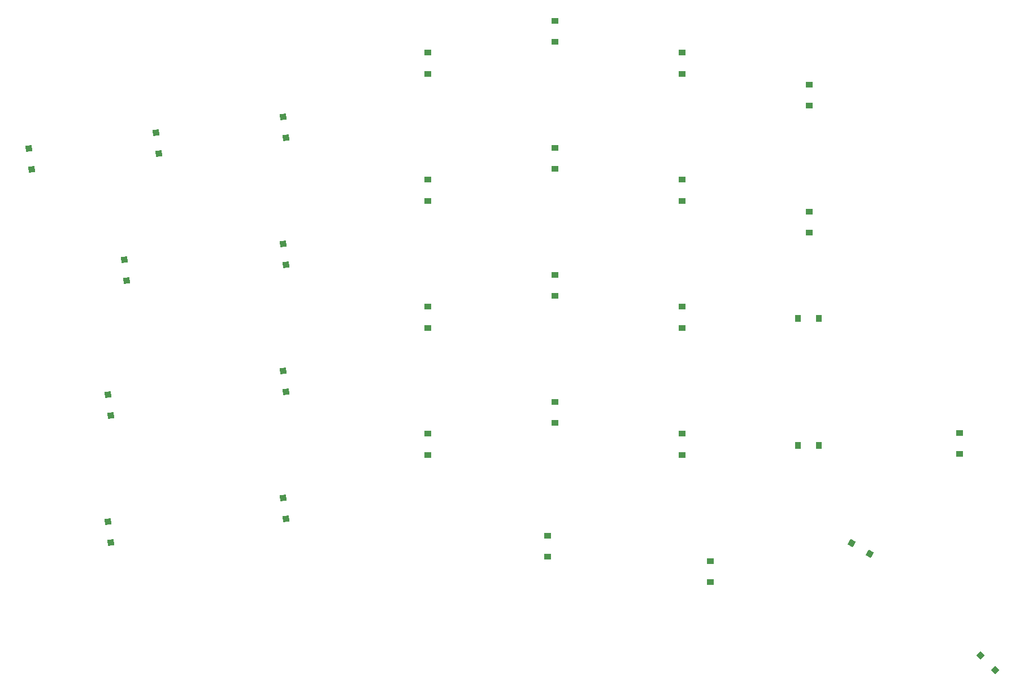
<source format=gbp>
G04 Layer: BottomPasteMaskLayer*
G04 EasyEDA v6.5.23, 2023-04-24 17:17:17*
G04 23e7ac7152a545cbaba16701c0d6254d,351801b383604bb389f78a6fc88bd684,10*
G04 Gerber Generator version 0.2*
G04 Scale: 100 percent, Rotated: No, Reflected: No *
G04 Dimensions in inches *
G04 leading zeros omitted , absolute positions ,3 integer and 6 decimal *
%FSLAX36Y36*%
%MOIN*%

%AMMACRO1*21,1,$1,$2,0,0,$3*%
%ADD10MACRO1,0.0374X0.0354X45.0000*%
%ADD11MACRO1,0.0374X0.0354X59.9999*%
%ADD12MACRO1,0.0374X0.0354X0.0000*%
%ADD13MACRO1,0.0374X0.0354X-90.0000*%
%ADD14MACRO1,0.0374X0.0354X-172.4999*%

%LPD*%
D10*
G01*
X-542790Y874665D03*
G01*
X-630481Y962357D03*
D11*
G01*
X-1282461Y1563127D03*
G01*
X-1389861Y1625134D03*
D12*
G01*
X-2223750Y1395628D03*
G01*
X-2223750Y1519643D03*
G01*
X-3183750Y1545628D03*
G01*
X-3183750Y1669643D03*
G01*
X-753750Y2275621D03*
G01*
X-753750Y2151606D03*
D13*
G01*
X-1705621Y2203125D03*
G01*
X-1581606Y2203125D03*
G01*
X-1705621Y2953125D03*
G01*
X-1581606Y2953125D03*
D12*
G01*
X-1640225Y3583141D03*
G01*
X-1640225Y3459126D03*
G01*
X-1640225Y4333141D03*
G01*
X-1640225Y4209126D03*
G01*
X-2390225Y2270641D03*
G01*
X-2390225Y2146626D03*
G01*
X-2390225Y3020641D03*
G01*
X-2390225Y2896626D03*
G01*
X-3140225Y2458141D03*
G01*
X-3140225Y2334126D03*
G01*
X-3890225Y2270641D03*
G01*
X-3890225Y2146626D03*
G01*
X-3140225Y3208141D03*
G01*
X-3140225Y3084126D03*
G01*
X-3890225Y3020641D03*
G01*
X-3890225Y2896626D03*
G01*
X-2390225Y3770641D03*
G01*
X-2390225Y3646626D03*
G01*
X-2390225Y4520641D03*
G01*
X-2390225Y4396626D03*
G01*
X-3140225Y3958141D03*
G01*
X-3140225Y3834126D03*
G01*
X-3140225Y4708141D03*
G01*
X-3140225Y4584126D03*
G01*
X-3890225Y3770641D03*
G01*
X-3890225Y3646626D03*
G01*
X-3890225Y4520641D03*
G01*
X-3890225Y4396626D03*
D14*
G01*
X-4742859Y1892565D03*
G01*
X-4726671Y1769611D03*
G01*
X-5774109Y1751940D03*
G01*
X-5757921Y1628986D03*
G01*
X-4742859Y2642565D03*
G01*
X-4726671Y2519611D03*
G01*
X-5774109Y2501940D03*
G01*
X-5757921Y2378986D03*
G01*
X-5680359Y3298815D03*
G01*
X-5664171Y3175861D03*
G01*
X-4742859Y3392565D03*
G01*
X-4726671Y3269611D03*
G01*
X-4742859Y4142565D03*
G01*
X-4726671Y4019611D03*
G01*
X-5492859Y4048815D03*
G01*
X-5476671Y3925861D03*
G01*
X-6242859Y3955065D03*
G01*
X-6226671Y3832111D03*
M02*

</source>
